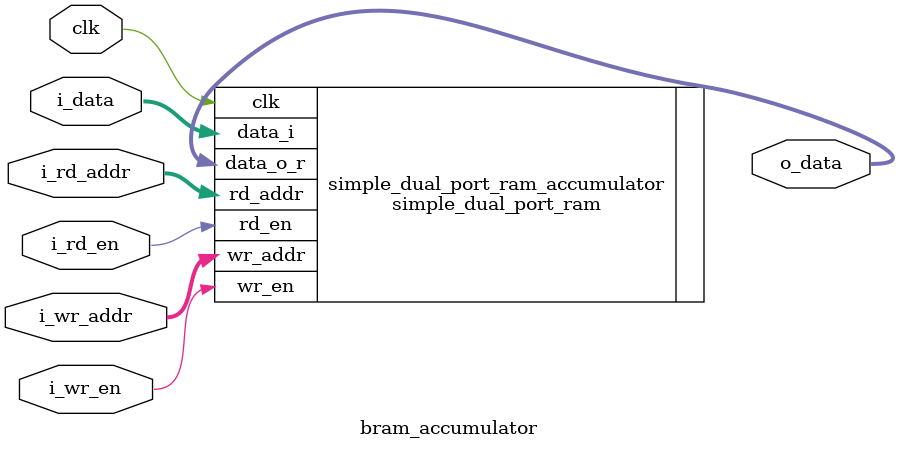
<source format=v>
`timescale 1ns / 1ps


module bram_accumulator
#(
  parameter ADDR_WIDTH = 8,
  parameter DATA_WIDTH = 64
)
(
  input wire clk,
  input wire i_rd_en,
  input wire i_wr_en,
  
  input wire [ADDR_WIDTH-1:0] i_rd_addr,  
  input wire [ADDR_WIDTH-1:0] i_wr_addr,
  
  input wire [DATA_WIDTH-1:0] i_data,
  output wire [DATA_WIDTH-1:0] o_data
);

    
  simple_dual_port_ram
  #(
    .ADDR_WIDTH(ADDR_WIDTH),
    .DATA_WIDTH(DATA_WIDTH)
  )simple_dual_port_ram_accumulator(
    .clk(clk), 
    .rd_en(i_rd_en),
    .wr_en(i_wr_en),
    .wr_addr(i_wr_addr),
    .data_i(i_data),
    .rd_addr(i_rd_addr),
    .data_o_r(o_data)
  );
endmodule

</source>
